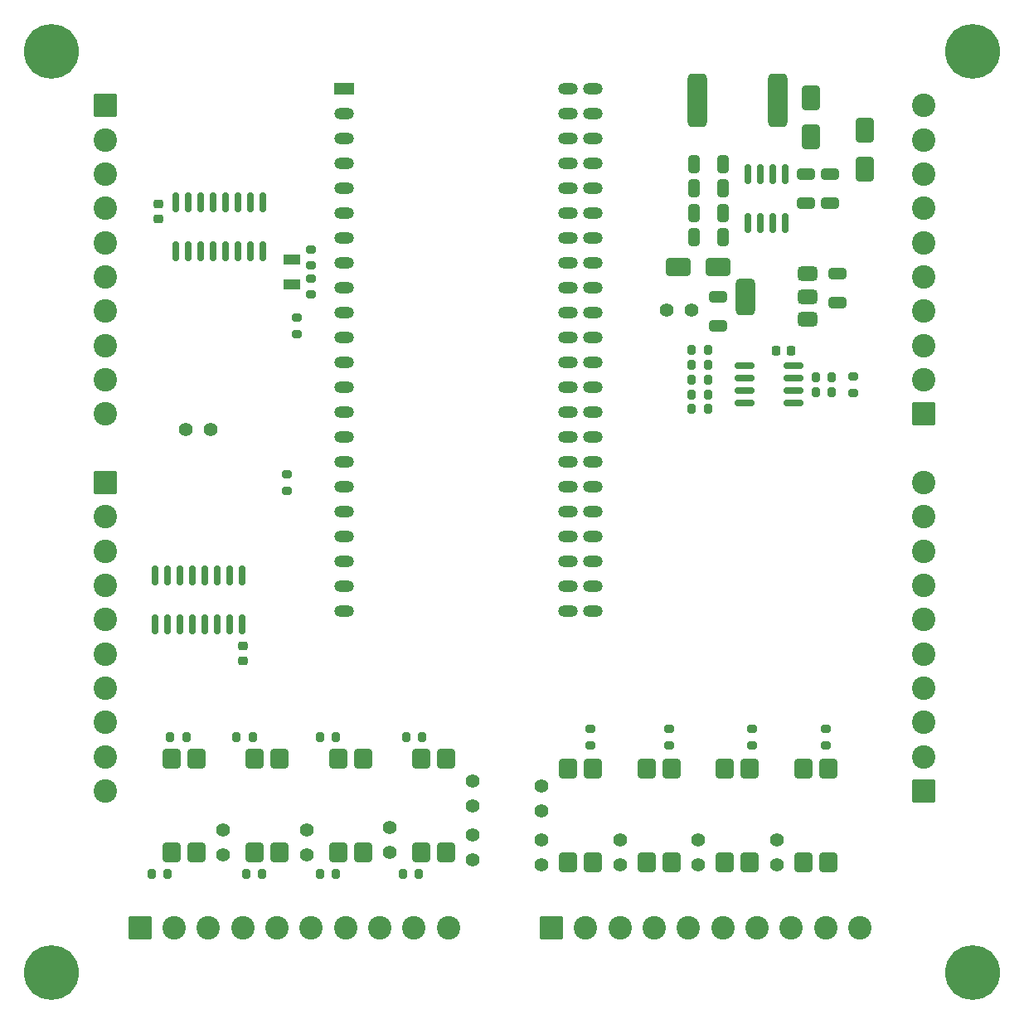
<source format=gbr>
%TF.GenerationSoftware,KiCad,Pcbnew,9.0.3*%
%TF.CreationDate,2025-08-04T14:08:18+02:00*%
%TF.ProjectId,esp-motioncontroller,6573702d-6d6f-4746-996f-6e636f6e7472,1.0.0*%
%TF.SameCoordinates,Original*%
%TF.FileFunction,Soldermask,Top*%
%TF.FilePolarity,Negative*%
%FSLAX46Y46*%
G04 Gerber Fmt 4.6, Leading zero omitted, Abs format (unit mm)*
G04 Created by KiCad (PCBNEW 9.0.3) date 2025-08-04 14:08:18*
%MOMM*%
%LPD*%
G01*
G04 APERTURE LIST*
G04 Aperture macros list*
%AMRoundRect*
0 Rectangle with rounded corners*
0 $1 Rounding radius*
0 $2 $3 $4 $5 $6 $7 $8 $9 X,Y pos of 4 corners*
0 Add a 4 corners polygon primitive as box body*
4,1,4,$2,$3,$4,$5,$6,$7,$8,$9,$2,$3,0*
0 Add four circle primitives for the rounded corners*
1,1,$1+$1,$2,$3*
1,1,$1+$1,$4,$5*
1,1,$1+$1,$6,$7*
1,1,$1+$1,$8,$9*
0 Add four rect primitives between the rounded corners*
20,1,$1+$1,$2,$3,$4,$5,0*
20,1,$1+$1,$4,$5,$6,$7,0*
20,1,$1+$1,$6,$7,$8,$9,0*
20,1,$1+$1,$8,$9,$2,$3,0*%
G04 Aperture macros list end*
%ADD10RoundRect,0.225000X0.225000X0.250000X-0.225000X0.250000X-0.225000X-0.250000X0.225000X-0.250000X0*%
%ADD11RoundRect,0.150000X-0.150000X0.825000X-0.150000X-0.825000X0.150000X-0.825000X0.150000X0.825000X0*%
%ADD12RoundRect,0.250000X-0.325000X-0.650000X0.325000X-0.650000X0.325000X0.650000X-0.325000X0.650000X0*%
%ADD13C,5.600000*%
%ADD14RoundRect,0.200000X0.200000X0.275000X-0.200000X0.275000X-0.200000X-0.275000X0.200000X-0.275000X0*%
%ADD15C,1.400000*%
%ADD16RoundRect,0.200000X0.275000X-0.200000X0.275000X0.200000X-0.275000X0.200000X-0.275000X-0.200000X0*%
%ADD17RoundRect,0.250001X-0.949999X0.949999X-0.949999X-0.949999X0.949999X-0.949999X0.949999X0.949999X0*%
%ADD18C,2.400000*%
%ADD19RoundRect,0.250000X-0.650000X0.325000X-0.650000X-0.325000X0.650000X-0.325000X0.650000X0.325000X0*%
%ADD20RoundRect,0.200000X-0.275000X0.200000X-0.275000X-0.200000X0.275000X-0.200000X0.275000X0.200000X0*%
%ADD21RoundRect,0.225000X-0.250000X0.225000X-0.250000X-0.225000X0.250000X-0.225000X0.250000X0.225000X0*%
%ADD22RoundRect,0.250000X-0.650000X1.000000X-0.650000X-1.000000X0.650000X-1.000000X0.650000X1.000000X0*%
%ADD23RoundRect,0.150000X-0.825000X-0.150000X0.825000X-0.150000X0.825000X0.150000X-0.825000X0.150000X0*%
%ADD24R,2.000000X1.200000*%
%ADD25O,2.000000X1.200000*%
%ADD26RoundRect,0.200000X-0.200000X-0.275000X0.200000X-0.275000X0.200000X0.275000X-0.200000X0.275000X0*%
%ADD27R,1.800000X1.000000*%
%ADD28RoundRect,0.250000X0.650000X-1.000000X0.650000X1.000000X-0.650000X1.000000X-0.650000X-1.000000X0*%
%ADD29RoundRect,0.249999X-0.640001X0.750001X-0.640001X-0.750001X0.640001X-0.750001X0.640001X0.750001X0*%
%ADD30RoundRect,0.250001X0.949999X-0.949999X0.949999X0.949999X-0.949999X0.949999X-0.949999X-0.949999X0*%
%ADD31RoundRect,0.249999X0.640001X-0.750001X0.640001X0.750001X-0.640001X0.750001X-0.640001X-0.750001X0*%
%ADD32RoundRect,0.375000X0.625000X0.375000X-0.625000X0.375000X-0.625000X-0.375000X0.625000X-0.375000X0*%
%ADD33RoundRect,0.500000X0.500000X1.400000X-0.500000X1.400000X-0.500000X-1.400000X0.500000X-1.400000X0*%
%ADD34RoundRect,0.250001X-0.949999X-0.949999X0.949999X-0.949999X0.949999X0.949999X-0.949999X0.949999X0*%
%ADD35RoundRect,0.250000X1.000000X0.650000X-1.000000X0.650000X-1.000000X-0.650000X1.000000X-0.650000X0*%
%ADD36RoundRect,0.500000X0.500000X2.250000X-0.500000X2.250000X-0.500000X-2.250000X0.500000X-2.250000X0*%
%ADD37RoundRect,0.150000X0.150000X-0.825000X0.150000X0.825000X-0.150000X0.825000X-0.150000X-0.825000X0*%
%ADD38C,0.350000*%
G04 APERTURE END LIST*
D10*
%TO.C,C18*%
X129521388Y-77500000D03*
X127971388Y-77500000D03*
%TD*%
D11*
%TO.C,U3*%
X128905000Y-59525000D03*
X127635000Y-59525000D03*
X126365000Y-59525000D03*
X125095000Y-59525000D03*
X125095000Y-64475000D03*
X126365000Y-64475000D03*
X127635000Y-64475000D03*
X128905000Y-64475000D03*
%TD*%
D12*
%TO.C,C3*%
X119586444Y-58455138D03*
X122536444Y-58455138D03*
%TD*%
%TO.C,C12*%
X119586444Y-65955138D03*
X122536444Y-65955138D03*
%TD*%
D13*
%TO.C,H3*%
X148000000Y-141000000D03*
%TD*%
D14*
%TO.C,R21*%
X91825000Y-117000000D03*
X90175000Y-117000000D03*
%TD*%
%TO.C,R16*%
X75500000Y-131000000D03*
X73850000Y-131000000D03*
%TD*%
%TO.C,R19*%
X67750000Y-117000000D03*
X66100000Y-117000000D03*
%TD*%
D15*
%TO.C,JP7*%
X112000000Y-127460000D03*
X112000000Y-130000000D03*
%TD*%
D16*
%TO.C,R23*%
X133000000Y-117825000D03*
X133000000Y-116175000D03*
%TD*%
D17*
%TO.C,J4*%
X59500000Y-91000000D03*
D18*
X59500000Y-94500000D03*
X59500000Y-98000000D03*
X59500000Y-101500000D03*
X59500000Y-105000000D03*
X59500000Y-108500000D03*
X59500000Y-112000000D03*
X59500000Y-115500000D03*
X59500000Y-119000000D03*
X59500000Y-122500000D03*
%TD*%
D14*
%TO.C,R20*%
X83000000Y-117000000D03*
X81350000Y-117000000D03*
%TD*%
D19*
%TO.C,C5*%
X133500000Y-59525000D03*
X133500000Y-62475000D03*
%TD*%
D12*
%TO.C,C8*%
X119586444Y-63455138D03*
X122536444Y-63455138D03*
%TD*%
D20*
%TO.C,C4*%
X80500000Y-70175000D03*
X80500000Y-71825000D03*
%TD*%
D21*
%TO.C,C19*%
X64900000Y-62525000D03*
X64900000Y-64075000D03*
%TD*%
D16*
%TO.C,R13*%
X79000000Y-75825000D03*
X79000000Y-74175000D03*
%TD*%
D15*
%TO.C,JP12*%
X119340000Y-73400000D03*
X116800000Y-73400000D03*
%TD*%
%TO.C,JP8*%
X97000000Y-126950000D03*
X97000000Y-129490000D03*
%TD*%
D22*
%TO.C,D1*%
X131501087Y-51706794D03*
X131501087Y-55706794D03*
%TD*%
D20*
%TO.C,R12*%
X135800000Y-80175000D03*
X135800000Y-81825000D03*
%TD*%
D23*
%TO.C,U4*%
X124771388Y-79095000D03*
X124771388Y-80365000D03*
X124771388Y-81635000D03*
X124771388Y-82905000D03*
X129721388Y-82905000D03*
X129721388Y-81635000D03*
X129721388Y-80365000D03*
X129721388Y-79095000D03*
%TD*%
D19*
%TO.C,C2*%
X131000000Y-59525000D03*
X131000000Y-62475000D03*
%TD*%
D24*
%TO.C,U1*%
X83820000Y-50800000D03*
D25*
X83820000Y-53340000D03*
X83820000Y-55880000D03*
X83820000Y-58420000D03*
X83820000Y-60960000D03*
X83820000Y-63500000D03*
X83820000Y-66040000D03*
X83820000Y-68580000D03*
X83820000Y-71120000D03*
X83820000Y-73660000D03*
X83820000Y-76200000D03*
X83820000Y-78740000D03*
X83820000Y-81280000D03*
X83820000Y-83820000D03*
X83820000Y-86360000D03*
X83820000Y-88900000D03*
X83820000Y-91440000D03*
X83820000Y-93980000D03*
X83820000Y-96520000D03*
X83816320Y-99057280D03*
X83816320Y-101597280D03*
X83816320Y-104137280D03*
X106680000Y-104140000D03*
X109220000Y-104140000D03*
X106680000Y-101600000D03*
X109220000Y-101600000D03*
X106680000Y-99060000D03*
X109220000Y-99060000D03*
X106680000Y-96520000D03*
X109220000Y-96520000D03*
X106680000Y-93980000D03*
X109220000Y-93980000D03*
X106680000Y-91440000D03*
X109220000Y-91440000D03*
X106680000Y-88900000D03*
X109220000Y-88900000D03*
X106680000Y-86360000D03*
X109220000Y-86360000D03*
X106680000Y-83820000D03*
X109220000Y-83820000D03*
X106680000Y-81280000D03*
X109220000Y-81280000D03*
X106680000Y-78740000D03*
X109220000Y-78740000D03*
X106680000Y-76200000D03*
X109220000Y-76200000D03*
X106680000Y-73660000D03*
X109220000Y-73660000D03*
X106680000Y-71120000D03*
X109220000Y-71120000D03*
X106680000Y-68580000D03*
X109220000Y-68580000D03*
X106680000Y-66040000D03*
X109220000Y-66040000D03*
X106680000Y-63500000D03*
X109220000Y-63500000D03*
X106680000Y-60960000D03*
X109220000Y-60960000D03*
X106680000Y-58420000D03*
X109220000Y-58420000D03*
X106680000Y-55880000D03*
X109220000Y-55880000D03*
X106680000Y-53340000D03*
X109220000Y-53340000D03*
X106680000Y-50800000D03*
X109220000Y-50800000D03*
%TD*%
D26*
%TO.C,R8*%
X119350000Y-80500000D03*
X121000000Y-80500000D03*
%TD*%
D27*
%TO.C,Y1*%
X78500000Y-70750000D03*
X78500000Y-68250000D03*
%TD*%
D17*
%TO.C,J6*%
X59500000Y-52500000D03*
D18*
X59500000Y-56000000D03*
X59500000Y-59500000D03*
X59500000Y-63000000D03*
X59500000Y-66500000D03*
X59500000Y-70000000D03*
X59500000Y-73500000D03*
X59500000Y-77000000D03*
X59500000Y-80500000D03*
X59500000Y-84000000D03*
%TD*%
D15*
%TO.C,JP5*%
X88500000Y-126250000D03*
X88500000Y-128790000D03*
%TD*%
D16*
%TO.C,R1*%
X109000000Y-117825000D03*
X109000000Y-116175000D03*
%TD*%
D12*
%TO.C,C6*%
X119586444Y-60955138D03*
X122536444Y-60955138D03*
%TD*%
D20*
%TO.C,C1*%
X80500000Y-67175000D03*
X80500000Y-68825000D03*
%TD*%
D26*
%TO.C,R11*%
X132000000Y-80250997D03*
X133650000Y-80250997D03*
%TD*%
D13*
%TO.C,H4*%
X54000000Y-141000000D03*
%TD*%
D14*
%TO.C,R17*%
X74500000Y-117000000D03*
X72850000Y-117000000D03*
%TD*%
D13*
%TO.C,H1*%
X54000000Y-47000000D03*
%TD*%
D16*
%TO.C,R22*%
X125500000Y-117825000D03*
X125500000Y-116175000D03*
%TD*%
D28*
%TO.C,D3*%
X137000000Y-59000000D03*
X137000000Y-55000000D03*
%TD*%
D15*
%TO.C,JP11*%
X70200000Y-85600000D03*
X67660000Y-85600000D03*
%TD*%
D29*
%TO.C,U14*%
X133270000Y-120235000D03*
X130730000Y-120235000D03*
X130730000Y-129765000D03*
X133270000Y-129765000D03*
%TD*%
D19*
%TO.C,C21*%
X134216540Y-69674908D03*
X134216540Y-72624908D03*
%TD*%
D26*
%TO.C,R2*%
X119350000Y-83500000D03*
X121000000Y-83500000D03*
%TD*%
D30*
%TO.C,J8*%
X143000000Y-122500000D03*
D18*
X143000000Y-119000000D03*
X143000000Y-115500000D03*
X143000000Y-112000000D03*
X143000000Y-108500000D03*
X143000000Y-105000000D03*
X143000000Y-101500000D03*
X143000000Y-98000000D03*
X143000000Y-94500000D03*
X143000000Y-91000000D03*
%TD*%
D31*
%TO.C,U8*%
X83230000Y-128765000D03*
X85770000Y-128765000D03*
X85770000Y-119235000D03*
X83230000Y-119235000D03*
%TD*%
D14*
%TO.C,R15*%
X121000000Y-79000000D03*
X119350000Y-79000000D03*
%TD*%
D26*
%TO.C,R9*%
X119350000Y-82000000D03*
X121000000Y-82000000D03*
%TD*%
D29*
%TO.C,U13*%
X125270000Y-120235000D03*
X122730000Y-120235000D03*
X122730000Y-129765000D03*
X125270000Y-129765000D03*
%TD*%
%TO.C,U11*%
X117270000Y-120235000D03*
X114730000Y-120235000D03*
X114730000Y-129765000D03*
X117270000Y-129765000D03*
%TD*%
D15*
%TO.C,JP2*%
X104000000Y-122000000D03*
X104000000Y-124540000D03*
%TD*%
%TO.C,JP9*%
X120000000Y-127460000D03*
X120000000Y-130000000D03*
%TD*%
D32*
%TO.C,U15*%
X131150000Y-74300000D03*
X131150000Y-72000000D03*
D33*
X124850000Y-72000000D03*
D32*
X131150000Y-69700000D03*
%TD*%
D15*
%TO.C,JP10*%
X128000000Y-127460000D03*
X128000000Y-130000000D03*
%TD*%
D13*
%TO.C,H2*%
X148000000Y-47000000D03*
%TD*%
D15*
%TO.C,JP1*%
X97000000Y-121460000D03*
X97000000Y-124000000D03*
%TD*%
D14*
%TO.C,R5*%
X83000000Y-131000000D03*
X81350000Y-131000000D03*
%TD*%
D11*
%TO.C,U2*%
X73445000Y-100525000D03*
X72175000Y-100525000D03*
X70905000Y-100525000D03*
X69635000Y-100525000D03*
X68365000Y-100525000D03*
X67095000Y-100525000D03*
X65825000Y-100525000D03*
X64555000Y-100525000D03*
X64555000Y-105475000D03*
X65825000Y-105475000D03*
X67095000Y-105475000D03*
X68365000Y-105475000D03*
X69635000Y-105475000D03*
X70905000Y-105475000D03*
X72175000Y-105475000D03*
X73445000Y-105475000D03*
%TD*%
D31*
%TO.C,U6*%
X66230000Y-128765000D03*
X68770000Y-128765000D03*
X68770000Y-119235000D03*
X66230000Y-119235000D03*
%TD*%
D26*
%TO.C,R7*%
X119350000Y-77440000D03*
X121000000Y-77440000D03*
%TD*%
D34*
%TO.C,J3*%
X63000000Y-136500000D03*
D18*
X66500000Y-136500000D03*
X70000000Y-136500000D03*
X73500000Y-136500000D03*
X77000000Y-136500000D03*
X80500000Y-136500000D03*
X84000000Y-136500000D03*
X87500000Y-136500000D03*
X91000000Y-136500000D03*
X94500000Y-136500000D03*
%TD*%
D29*
%TO.C,U9*%
X109270000Y-120235000D03*
X106730000Y-120235000D03*
X106730000Y-129765000D03*
X109270000Y-129765000D03*
%TD*%
D31*
%TO.C,U12*%
X91730000Y-128765000D03*
X94270000Y-128765000D03*
X94270000Y-119235000D03*
X91730000Y-119235000D03*
%TD*%
D14*
%TO.C,R6*%
X91500000Y-131000000D03*
X89850000Y-131000000D03*
%TD*%
D19*
%TO.C,C22*%
X122000000Y-72050000D03*
X122000000Y-75000000D03*
%TD*%
D35*
%TO.C,D2*%
X122000000Y-69000000D03*
X118000000Y-69000000D03*
%TD*%
D36*
%TO.C,L1*%
X128100000Y-52000000D03*
X119900000Y-52000000D03*
%TD*%
D26*
%TO.C,R10*%
X132000000Y-81750997D03*
X133650000Y-81750997D03*
%TD*%
D21*
%TO.C,C7*%
X73553790Y-107683971D03*
X73553790Y-109233971D03*
%TD*%
D20*
%TO.C,R4*%
X78000000Y-90175000D03*
X78000000Y-91825000D03*
%TD*%
D15*
%TO.C,JP4*%
X71500000Y-126500000D03*
X71500000Y-129040000D03*
%TD*%
D34*
%TO.C,J2*%
X105000000Y-136500000D03*
D18*
X108500000Y-136500000D03*
X112000000Y-136500000D03*
X115500000Y-136500000D03*
X119000000Y-136500000D03*
X122500000Y-136500000D03*
X126000000Y-136500000D03*
X129500000Y-136500000D03*
X133000000Y-136500000D03*
X136500000Y-136500000D03*
%TD*%
D14*
%TO.C,R18*%
X65825000Y-131000000D03*
X64175000Y-131000000D03*
%TD*%
D30*
%TO.C,J9*%
X143000000Y-84000000D03*
D18*
X143000000Y-80500000D03*
X143000000Y-77000000D03*
X143000000Y-73500000D03*
X143000000Y-70000000D03*
X143000000Y-66500000D03*
X143000000Y-63000000D03*
X143000000Y-59500000D03*
X143000000Y-56000000D03*
X143000000Y-52500000D03*
%TD*%
D16*
%TO.C,R3*%
X117000000Y-117825000D03*
X117000000Y-116175000D03*
%TD*%
D15*
%TO.C,JP3*%
X80000000Y-126460000D03*
X80000000Y-129000000D03*
%TD*%
D31*
%TO.C,U7*%
X74730000Y-128765000D03*
X77270000Y-128765000D03*
X77270000Y-119235000D03*
X74730000Y-119235000D03*
%TD*%
D15*
%TO.C,JP6*%
X104000000Y-127460000D03*
X104000000Y-130000000D03*
%TD*%
D37*
%TO.C,U5*%
X66655000Y-67375000D03*
X67925000Y-67375000D03*
X69195000Y-67375000D03*
X70465000Y-67375000D03*
X71735000Y-67375000D03*
X73005000Y-67375000D03*
X74275000Y-67375000D03*
X75545000Y-67375000D03*
X75545000Y-62425000D03*
X74275000Y-62425000D03*
X73005000Y-62425000D03*
X71735000Y-62425000D03*
X70465000Y-62425000D03*
X69195000Y-62425000D03*
X67925000Y-62425000D03*
X66655000Y-62425000D03*
%TD*%
D38*
X148000000Y-141000000D03*
X112000000Y-127460000D03*
X112000000Y-130000000D03*
X59500000Y-91000000D03*
X59500000Y-94500000D03*
X59500000Y-98000000D03*
X59500000Y-101500000D03*
X59500000Y-105000000D03*
X59500000Y-108500000D03*
X59500000Y-112000000D03*
X59500000Y-115500000D03*
X59500000Y-119000000D03*
X59500000Y-122500000D03*
X119340000Y-73400000D03*
X116800000Y-73400000D03*
X97000000Y-126950000D03*
X97000000Y-129490000D03*
X83820000Y-50800000D03*
X83820000Y-53340000D03*
X83820000Y-55880000D03*
X83820000Y-58420000D03*
X83820000Y-60960000D03*
X83820000Y-63500000D03*
X83820000Y-66040000D03*
X83820000Y-68580000D03*
X83820000Y-71120000D03*
X83820000Y-73660000D03*
X83820000Y-76200000D03*
X83820000Y-78740000D03*
X83820000Y-81280000D03*
X83820000Y-83820000D03*
X83820000Y-86360000D03*
X83820000Y-88900000D03*
X83820000Y-91440000D03*
X83820000Y-93980000D03*
X83820000Y-96520000D03*
X83816320Y-99057280D03*
X83816320Y-101597280D03*
X83816320Y-104137280D03*
X106680000Y-104140000D03*
X109220000Y-104140000D03*
X106680000Y-101600000D03*
X109220000Y-101600000D03*
X106680000Y-99060000D03*
X109220000Y-99060000D03*
X106680000Y-96520000D03*
X109220000Y-96520000D03*
X106680000Y-93980000D03*
X109220000Y-93980000D03*
X106680000Y-91440000D03*
X109220000Y-91440000D03*
X106680000Y-88900000D03*
X109220000Y-88900000D03*
X106680000Y-86360000D03*
X109220000Y-86360000D03*
X106680000Y-83820000D03*
X109220000Y-83820000D03*
X106680000Y-81280000D03*
X109220000Y-81280000D03*
X106680000Y-78740000D03*
X109220000Y-78740000D03*
X106680000Y-76200000D03*
X109220000Y-76200000D03*
X106680000Y-73660000D03*
X109220000Y-73660000D03*
X106680000Y-71120000D03*
X109220000Y-71120000D03*
X106680000Y-68580000D03*
X109220000Y-68580000D03*
X106680000Y-66040000D03*
X109220000Y-66040000D03*
X106680000Y-63500000D03*
X109220000Y-63500000D03*
X106680000Y-60960000D03*
X109220000Y-60960000D03*
X106680000Y-58420000D03*
X109220000Y-58420000D03*
X106680000Y-55880000D03*
X109220000Y-55880000D03*
X106680000Y-53340000D03*
X109220000Y-53340000D03*
X106680000Y-50800000D03*
X109220000Y-50800000D03*
X59500000Y-52500000D03*
X59500000Y-56000000D03*
X59500000Y-59500000D03*
X59500000Y-63000000D03*
X59500000Y-66500000D03*
X59500000Y-70000000D03*
X59500000Y-73500000D03*
X59500000Y-77000000D03*
X59500000Y-80500000D03*
X59500000Y-84000000D03*
X88500000Y-126250000D03*
X88500000Y-128790000D03*
X54000000Y-141000000D03*
X54000000Y-47000000D03*
X70200000Y-85600000D03*
X67660000Y-85600000D03*
X143000000Y-122500000D03*
X143000000Y-119000000D03*
X143000000Y-115500000D03*
X143000000Y-112000000D03*
X143000000Y-108500000D03*
X143000000Y-105000000D03*
X143000000Y-101500000D03*
X143000000Y-98000000D03*
X143000000Y-94500000D03*
X143000000Y-91000000D03*
X104000000Y-122000000D03*
X104000000Y-124540000D03*
X120000000Y-127460000D03*
X120000000Y-130000000D03*
X128000000Y-127460000D03*
X128000000Y-130000000D03*
X148000000Y-47000000D03*
X97000000Y-121460000D03*
X97000000Y-124000000D03*
X63000000Y-136500000D03*
X66500000Y-136500000D03*
X70000000Y-136500000D03*
X73500000Y-136500000D03*
X77000000Y-136500000D03*
X80500000Y-136500000D03*
X84000000Y-136500000D03*
X87500000Y-136500000D03*
X91000000Y-136500000D03*
X94500000Y-136500000D03*
X71500000Y-126500000D03*
X71500000Y-129040000D03*
X105000000Y-136500000D03*
X108500000Y-136500000D03*
X112000000Y-136500000D03*
X115500000Y-136500000D03*
X119000000Y-136500000D03*
X122500000Y-136500000D03*
X126000000Y-136500000D03*
X129500000Y-136500000D03*
X133000000Y-136500000D03*
X136500000Y-136500000D03*
X143000000Y-84000000D03*
X143000000Y-80500000D03*
X143000000Y-77000000D03*
X143000000Y-73500000D03*
X143000000Y-70000000D03*
X143000000Y-66500000D03*
X143000000Y-63000000D03*
X143000000Y-59500000D03*
X143000000Y-56000000D03*
X143000000Y-52500000D03*
X80000000Y-126460000D03*
X80000000Y-129000000D03*
X104000000Y-127460000D03*
X104000000Y-130000000D03*
M02*

</source>
